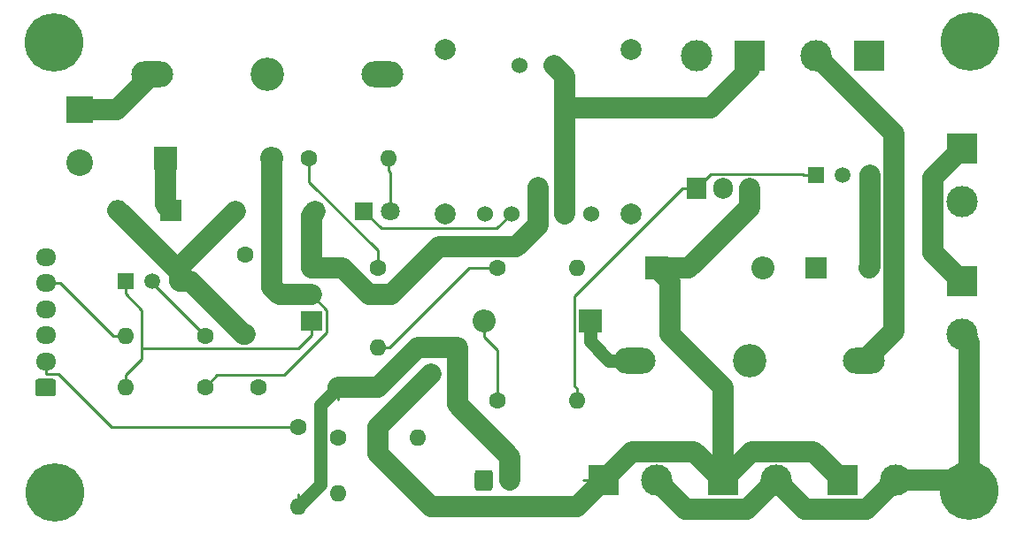
<source format=gbl>
G04 #@! TF.GenerationSoftware,KiCad,Pcbnew,(5.1.9)-1*
G04 #@! TF.CreationDate,2021-05-24T15:14:23+02:00*
G04 #@! TF.ProjectId,charge_pcb,63686172-6765-45f7-9063-622e6b696361,rev?*
G04 #@! TF.SameCoordinates,Original*
G04 #@! TF.FileFunction,Copper,L2,Bot*
G04 #@! TF.FilePolarity,Positive*
%FSLAX46Y46*%
G04 Gerber Fmt 4.6, Leading zero omitted, Abs format (unit mm)*
G04 Created by KiCad (PCBNEW (5.1.9)-1) date 2021-05-24 15:14:23*
%MOMM*%
%LPD*%
G01*
G04 APERTURE LIST*
G04 #@! TA.AperFunction,ConnectorPad*
%ADD10C,5.600000*%
G04 #@! TD*
G04 #@! TA.AperFunction,ComponentPad*
%ADD11C,3.600000*%
G04 #@! TD*
G04 #@! TA.AperFunction,ComponentPad*
%ADD12O,1.600000X1.600000*%
G04 #@! TD*
G04 #@! TA.AperFunction,ComponentPad*
%ADD13C,1.600000*%
G04 #@! TD*
G04 #@! TA.AperFunction,ComponentPad*
%ADD14C,3.000000*%
G04 #@! TD*
G04 #@! TA.AperFunction,ComponentPad*
%ADD15R,3.000000X3.000000*%
G04 #@! TD*
G04 #@! TA.AperFunction,ComponentPad*
%ADD16O,2.000000X1.905000*%
G04 #@! TD*
G04 #@! TA.AperFunction,ComponentPad*
%ADD17R,2.000000X1.905000*%
G04 #@! TD*
G04 #@! TA.AperFunction,ComponentPad*
%ADD18O,1.905000X2.000000*%
G04 #@! TD*
G04 #@! TA.AperFunction,ComponentPad*
%ADD19R,1.905000X2.000000*%
G04 #@! TD*
G04 #@! TA.AperFunction,ComponentPad*
%ADD20O,2.200000X2.200000*%
G04 #@! TD*
G04 #@! TA.AperFunction,ComponentPad*
%ADD21R,2.200000X2.200000*%
G04 #@! TD*
G04 #@! TA.AperFunction,ComponentPad*
%ADD22O,1.700000X2.000000*%
G04 #@! TD*
G04 #@! TA.AperFunction,ComponentPad*
%ADD23O,1.950000X1.700000*%
G04 #@! TD*
G04 #@! TA.AperFunction,ComponentPad*
%ADD24C,1.800000*%
G04 #@! TD*
G04 #@! TA.AperFunction,ComponentPad*
%ADD25R,1.800000X1.800000*%
G04 #@! TD*
G04 #@! TA.AperFunction,ComponentPad*
%ADD26C,1.524000*%
G04 #@! TD*
G04 #@! TA.AperFunction,ComponentPad*
%ADD27C,2.000000*%
G04 #@! TD*
G04 #@! TA.AperFunction,ComponentPad*
%ADD28R,1.500000X1.500000*%
G04 #@! TD*
G04 #@! TA.AperFunction,ComponentPad*
%ADD29C,1.500000*%
G04 #@! TD*
G04 #@! TA.AperFunction,ComponentPad*
%ADD30C,3.200000*%
G04 #@! TD*
G04 #@! TA.AperFunction,ComponentPad*
%ADD31O,4.000500X2.499360*%
G04 #@! TD*
G04 #@! TA.AperFunction,ComponentPad*
%ADD32O,2.000000X2.000000*%
G04 #@! TD*
G04 #@! TA.AperFunction,ComponentPad*
%ADD33R,2.000000X2.000000*%
G04 #@! TD*
G04 #@! TA.AperFunction,ComponentPad*
%ADD34R,1.600000X1.600000*%
G04 #@! TD*
G04 #@! TA.AperFunction,ComponentPad*
%ADD35C,1.501140*%
G04 #@! TD*
G04 #@! TA.AperFunction,ComponentPad*
%ADD36C,2.540000*%
G04 #@! TD*
G04 #@! TA.AperFunction,ComponentPad*
%ADD37R,2.540000X2.540000*%
G04 #@! TD*
G04 #@! TA.AperFunction,Conductor*
%ADD38C,0.254000*%
G04 #@! TD*
G04 #@! TA.AperFunction,Conductor*
%ADD39C,2.000000*%
G04 #@! TD*
G04 #@! TA.AperFunction,Conductor*
%ADD40C,1.250000*%
G04 #@! TD*
G04 APERTURE END LIST*
D10*
X160830000Y-107840000D03*
D11*
X160830000Y-107840000D03*
D10*
X73250000Y-150970000D03*
D11*
X73250000Y-150970000D03*
D10*
X160750000Y-150820000D03*
D11*
X160750000Y-150820000D03*
D10*
X73160000Y-107940000D03*
D11*
X73160000Y-107940000D03*
D12*
X91440000Y-135890000D03*
D13*
X91440000Y-128270000D03*
D14*
X146050000Y-109220000D03*
D15*
X151130000Y-109220000D03*
D14*
X134620000Y-109220000D03*
D15*
X139700000Y-109220000D03*
D14*
X160020000Y-123190000D03*
D15*
X160020000Y-118110000D03*
D14*
X160020000Y-135890000D03*
D15*
X160020000Y-130810000D03*
D14*
X130810000Y-149860000D03*
D15*
X125730000Y-149860000D03*
D14*
X142240000Y-149860000D03*
D15*
X137160000Y-149860000D03*
D14*
X153670000Y-149860000D03*
D15*
X148590000Y-149860000D03*
D16*
X97790000Y-129540000D03*
X97790000Y-132080000D03*
D17*
X97790000Y-134620000D03*
D18*
X139700000Y-121920000D03*
X137160000Y-121920000D03*
D19*
X134620000Y-121920000D03*
D20*
X140970000Y-129540000D03*
D21*
X130810000Y-129540000D03*
D12*
X96520000Y-152400000D03*
D13*
X96520000Y-144780000D03*
D22*
X116800000Y-149860000D03*
G04 #@! TA.AperFunction,ComponentPad*
G36*
G01*
X113450000Y-150610000D02*
X113450000Y-149110000D01*
G75*
G02*
X113700000Y-148860000I250000J0D01*
G01*
X114900000Y-148860000D01*
G75*
G02*
X115150000Y-149110000I0J-250000D01*
G01*
X115150000Y-150610000D01*
G75*
G02*
X114900000Y-150860000I-250000J0D01*
G01*
X113700000Y-150860000D01*
G75*
G02*
X113450000Y-150610000I0J250000D01*
G01*
G37*
G04 #@! TD.AperFunction*
D23*
X72390000Y-128470000D03*
X72390000Y-130970000D03*
X72390000Y-133470000D03*
X72390000Y-135970000D03*
X72390000Y-138470000D03*
G04 #@! TA.AperFunction,ComponentPad*
G36*
G01*
X73115000Y-141820000D02*
X71665000Y-141820000D01*
G75*
G02*
X71415000Y-141570000I0J250000D01*
G01*
X71415000Y-140370000D01*
G75*
G02*
X71665000Y-140120000I250000J0D01*
G01*
X73115000Y-140120000D01*
G75*
G02*
X73365000Y-140370000I0J-250000D01*
G01*
X73365000Y-141570000D01*
G75*
G02*
X73115000Y-141820000I-250000J0D01*
G01*
G37*
G04 #@! TD.AperFunction*
D24*
X105370000Y-124050000D03*
D25*
X102830000Y-124050000D03*
D12*
X105220000Y-119010000D03*
D13*
X97600000Y-119010000D03*
D26*
X122010000Y-121790000D03*
X119470000Y-121790000D03*
X119470000Y-124330000D03*
X122010000Y-124330000D03*
D27*
X128360000Y-108582000D03*
X110580000Y-108582000D03*
X128360000Y-124330000D03*
X110580000Y-124330000D03*
D26*
X120994000Y-110106000D03*
X117692000Y-110106000D03*
X124550000Y-124330000D03*
X114390000Y-124330000D03*
X116930000Y-124330000D03*
D12*
X100330000Y-140970000D03*
D13*
X92710000Y-140970000D03*
D12*
X100330000Y-151100000D03*
D13*
X107950000Y-151100000D03*
D12*
X123190000Y-142240000D03*
D13*
X115570000Y-142240000D03*
D12*
X107950000Y-145790000D03*
D13*
X100330000Y-145790000D03*
D12*
X80010000Y-140970000D03*
D13*
X87630000Y-140970000D03*
D12*
X80010000Y-136000000D03*
D13*
X87630000Y-136000000D03*
D12*
X123190000Y-129540000D03*
D13*
X115570000Y-129540000D03*
D12*
X104140000Y-137160000D03*
D13*
X104140000Y-129540000D03*
D28*
X146050000Y-120650000D03*
D29*
X151250000Y-120650000D03*
X148650000Y-120650000D03*
D28*
X80010000Y-130810000D03*
D29*
X85210000Y-130810000D03*
X82610000Y-130810000D03*
D30*
X139700000Y-138430000D03*
D31*
X150700740Y-138430000D03*
X128699260Y-138430000D03*
D30*
X93620000Y-110950000D03*
D31*
X82619260Y-110950000D03*
X104620740Y-110950000D03*
D20*
X114300000Y-134620000D03*
D21*
X124460000Y-134620000D03*
D32*
X151130000Y-129540000D03*
D33*
X146050000Y-129540000D03*
D12*
X90570000Y-124090000D03*
D34*
X98190000Y-124090000D03*
D20*
X94040000Y-119010000D03*
D21*
X83880000Y-119010000D03*
D32*
X79330000Y-123970000D03*
D33*
X84410000Y-123970000D03*
D35*
X111760000Y-139700000D03*
X109220000Y-139700000D03*
D36*
X75640000Y-119430000D03*
D37*
X75640000Y-114350000D03*
D38*
X102830000Y-124050000D02*
X104497200Y-125717200D01*
X104497200Y-125717200D02*
X115542800Y-125717200D01*
X115542800Y-125717200D02*
X116930000Y-124330000D01*
X160020000Y-149860000D02*
X160020000Y-135890000D01*
X160750000Y-150820000D02*
X160020000Y-150090000D01*
X160020000Y-150090000D02*
X160020000Y-149860000D01*
X160020000Y-149860000D02*
X153670000Y-149860000D01*
X96520000Y-152400000D02*
X96520000Y-151218700D01*
X100330000Y-140970000D02*
X100330000Y-142151300D01*
D39*
X100330000Y-140970000D02*
X104140000Y-140970000D01*
X104140000Y-140970000D02*
X107950000Y-137160000D01*
X107950000Y-137160000D02*
X111760000Y-137160000D01*
X111760000Y-138430000D02*
X111760000Y-139700000D01*
X111760000Y-137160000D02*
X111760000Y-138430000D01*
X111760000Y-139700000D02*
X111760000Y-142570000D01*
X116800000Y-147610000D02*
X111760000Y-142570000D01*
X116800000Y-147610000D02*
X116800000Y-149860000D01*
X85210000Y-129450000D02*
X90570000Y-124090000D01*
X85210000Y-130810000D02*
X85210000Y-129450000D01*
X85210000Y-129850000D02*
X79330000Y-123970000D01*
X85210000Y-130810000D02*
X85210000Y-129850000D01*
X91294550Y-135833890D02*
X91440000Y-135833890D01*
X86270660Y-130810000D02*
X91294550Y-135833890D01*
X85210000Y-130810000D02*
X86270660Y-130810000D01*
X144994001Y-152614001D02*
X142240000Y-149860000D01*
X150915999Y-152614001D02*
X144994001Y-152614001D01*
X153670000Y-149860000D02*
X150915999Y-152614001D01*
X133564001Y-152614001D02*
X130810000Y-149860000D01*
X139485999Y-152614001D02*
X133564001Y-152614001D01*
X142240000Y-149860000D02*
X139485999Y-152614001D01*
X159790000Y-149860000D02*
X160750000Y-150820000D01*
X153670000Y-149860000D02*
X159790000Y-149860000D01*
X160750000Y-136620000D02*
X160020000Y-135890000D01*
X160750000Y-150820000D02*
X160750000Y-136620000D01*
X151250000Y-129420000D02*
X151130000Y-129540000D01*
X151250000Y-120650000D02*
X151250000Y-129420000D01*
D40*
X98650999Y-150269001D02*
X96520000Y-152400000D01*
X98650999Y-142649001D02*
X98650999Y-150269001D01*
X100330000Y-140970000D02*
X98650999Y-142649001D01*
D39*
X79219260Y-114350000D02*
X82619260Y-110950000D01*
X75640000Y-114350000D02*
X79219260Y-114350000D01*
D38*
X125730000Y-149860000D02*
X123848700Y-149860000D01*
D39*
X109220000Y-139700000D02*
X104140000Y-144780000D01*
X104140000Y-147290000D02*
X107950000Y-151100000D01*
X104140000Y-144780000D02*
X104140000Y-147290000D01*
X123190000Y-152400000D02*
X125730000Y-149860000D01*
X109250000Y-152400000D02*
X123190000Y-152400000D01*
X107950000Y-151100000D02*
X109250000Y-152400000D01*
X134405999Y-147105999D02*
X137160000Y-149860000D01*
X128484001Y-147105999D02*
X134405999Y-147105999D01*
X125730000Y-149860000D02*
X128484001Y-147105999D01*
X139914001Y-147105999D02*
X145835999Y-147105999D01*
X145835999Y-147105999D02*
X148590000Y-149860000D01*
X137160000Y-149860000D02*
X139914001Y-147105999D01*
X137160000Y-140970000D02*
X132080000Y-135890000D01*
X137160000Y-149860000D02*
X137160000Y-140970000D01*
X132080000Y-130810000D02*
X130810000Y-129540000D01*
X132080000Y-135890000D02*
X132080000Y-130810000D01*
X139700000Y-123750000D02*
X139700000Y-121920000D01*
X133910000Y-129540000D02*
X139700000Y-123750000D01*
X130810000Y-129540000D02*
X133910000Y-129540000D01*
D38*
X104140000Y-129540000D02*
X104140000Y-127808600D01*
X104140000Y-127808600D02*
X97600000Y-121268600D01*
X97600000Y-121268600D02*
X97600000Y-119010000D01*
D39*
X83880000Y-123440000D02*
X84410000Y-123970000D01*
X83880000Y-119010000D02*
X83880000Y-123440000D01*
D38*
X97790000Y-132080000D02*
X99252400Y-133542400D01*
X99252400Y-133542400D02*
X99252400Y-135714400D01*
X99252400Y-135714400D02*
X95178100Y-139788700D01*
X95178100Y-139788700D02*
X88811300Y-139788700D01*
X88811300Y-139788700D02*
X87630000Y-140970000D01*
D39*
X94040000Y-131330000D02*
X94040000Y-119010000D01*
X94790000Y-132080000D02*
X94040000Y-131330000D01*
X97790000Y-132080000D02*
X94790000Y-132080000D01*
X117391631Y-127485999D02*
X110004001Y-127485999D01*
X119470000Y-125407630D02*
X117391631Y-127485999D01*
X119470000Y-124330000D02*
X119470000Y-125407630D01*
X110004001Y-127485999D02*
X105410000Y-132080000D01*
X100790000Y-129540000D02*
X97790000Y-129540000D01*
X103330000Y-132080000D02*
X100790000Y-129540000D01*
X105410000Y-132080000D02*
X103330000Y-132080000D01*
X119470000Y-124330000D02*
X119470000Y-121790000D01*
X97790000Y-124490000D02*
X98190000Y-124090000D01*
X97790000Y-129540000D02*
X97790000Y-124490000D01*
D38*
X128699300Y-138430000D02*
X126317700Y-138430000D01*
D40*
X124460000Y-136572300D02*
X126317700Y-138430000D01*
X124460000Y-134620000D02*
X124460000Y-136572300D01*
X126317700Y-138430000D02*
X128699260Y-138430000D01*
D38*
X114300000Y-134620000D02*
X114300000Y-136101300D01*
X114300000Y-136101300D02*
X115570000Y-137371300D01*
X115570000Y-137371300D02*
X115570000Y-142240000D01*
D39*
X153504010Y-135626730D02*
X150700740Y-138430000D01*
X153504010Y-116674010D02*
X153504010Y-135626730D01*
X146050000Y-109220000D02*
X153504010Y-116674010D01*
D38*
X80010000Y-136000000D02*
X78828700Y-136000000D01*
X72390000Y-130970000D02*
X73798700Y-130970000D01*
X73798700Y-130970000D02*
X78828700Y-136000000D01*
X104140000Y-137160000D02*
X105321300Y-137160000D01*
X105321300Y-137160000D02*
X112941300Y-129540000D01*
X112941300Y-129540000D02*
X115570000Y-129540000D01*
X72390000Y-138470000D02*
X72390000Y-139701300D01*
X72390000Y-139701300D02*
X73621300Y-139701300D01*
X73621300Y-139701300D02*
X78700000Y-144780000D01*
X78700000Y-144780000D02*
X96520000Y-144780000D01*
D40*
X120994000Y-110106000D02*
X121920000Y-111032000D01*
X121920000Y-121700000D02*
X122010000Y-121790000D01*
X139370650Y-109549350D02*
X139700000Y-109220000D01*
D39*
X122010000Y-124330000D02*
X122010000Y-121790000D01*
X122010000Y-111122000D02*
X120994000Y-110106000D01*
X139700000Y-109220000D02*
X139700000Y-110490000D01*
X135980000Y-114210000D02*
X122010000Y-114210000D01*
X139700000Y-110490000D02*
X135980000Y-114210000D01*
X122010000Y-114210000D02*
X122010000Y-111122000D01*
X122010000Y-121790000D02*
X122010000Y-114210000D01*
D38*
X81602900Y-137214900D02*
X81602900Y-138195800D01*
X81602900Y-138195800D02*
X80010000Y-139788700D01*
X80010000Y-131941300D02*
X81602900Y-133534200D01*
X81602900Y-133534200D02*
X81602900Y-137214900D01*
X97790000Y-135953800D02*
X96528900Y-137214900D01*
X96528900Y-137214900D02*
X81602900Y-137214900D01*
X80010000Y-130810000D02*
X80010000Y-131941300D01*
X97790000Y-134620000D02*
X97790000Y-135953800D01*
X80010000Y-140970000D02*
X80010000Y-139788700D01*
X82610000Y-130810000D02*
X82610000Y-130980000D01*
X82610000Y-130980000D02*
X87630000Y-136000000D01*
X105220000Y-119010000D02*
X105220000Y-120191300D01*
X105370000Y-124050000D02*
X105370000Y-120341300D01*
X105370000Y-120341300D02*
X105220000Y-120191300D01*
X123190000Y-142240000D02*
X123190000Y-141058700D01*
X134620000Y-121920000D02*
X133286200Y-121920000D01*
X133286200Y-121920000D02*
X122975900Y-132230300D01*
X122975900Y-132230300D02*
X122975900Y-140844600D01*
X122975900Y-140844600D02*
X123190000Y-141058700D01*
X144918700Y-120650000D02*
X144802400Y-120533700D01*
X144802400Y-120533700D02*
X136006300Y-120533700D01*
X136006300Y-120533700D02*
X134620000Y-121920000D01*
X146050000Y-120650000D02*
X144918700Y-120650000D01*
D39*
X157265999Y-120864001D02*
X160020000Y-118110000D01*
X157265999Y-128055999D02*
X157265999Y-120864001D01*
X160020000Y-130810000D02*
X157265999Y-128055999D01*
M02*

</source>
